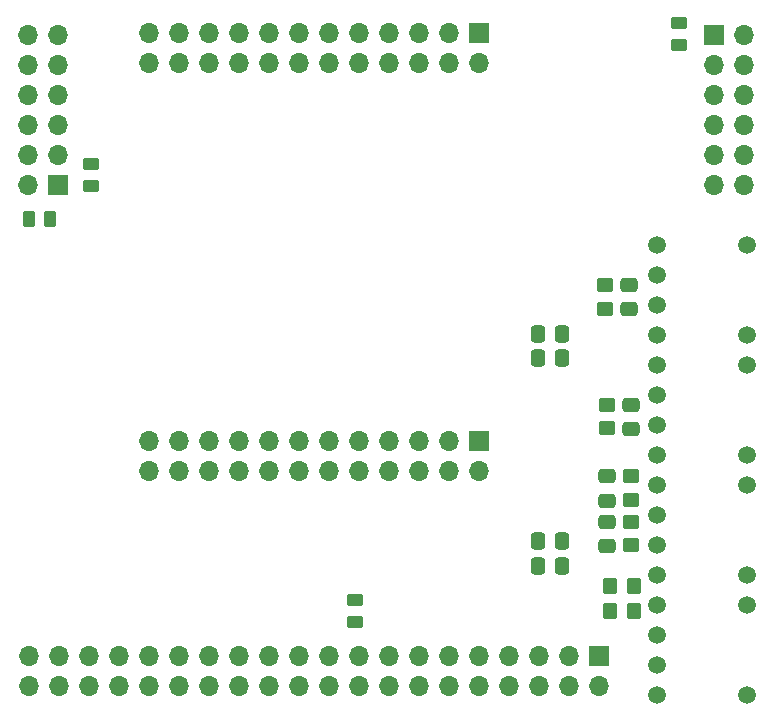
<source format=gbs>
G04 #@! TF.GenerationSoftware,KiCad,Pcbnew,(6.0.6)*
G04 #@! TF.CreationDate,2022-08-29T09:38:23+02:00*
G04 #@! TF.ProjectId,afe-ep-shield,6166652d-6570-42d7-9368-69656c642e6b,rev?*
G04 #@! TF.SameCoordinates,Original*
G04 #@! TF.FileFunction,Soldermask,Bot*
G04 #@! TF.FilePolarity,Negative*
%FSLAX46Y46*%
G04 Gerber Fmt 4.6, Leading zero omitted, Abs format (unit mm)*
G04 Created by KiCad (PCBNEW (6.0.6)) date 2022-08-29 09:38:23*
%MOMM*%
%LPD*%
G01*
G04 APERTURE LIST*
G04 Aperture macros list*
%AMRoundRect*
0 Rectangle with rounded corners*
0 $1 Rounding radius*
0 $2 $3 $4 $5 $6 $7 $8 $9 X,Y pos of 4 corners*
0 Add a 4 corners polygon primitive as box body*
4,1,4,$2,$3,$4,$5,$6,$7,$8,$9,$2,$3,0*
0 Add four circle primitives for the rounded corners*
1,1,$1+$1,$2,$3*
1,1,$1+$1,$4,$5*
1,1,$1+$1,$6,$7*
1,1,$1+$1,$8,$9*
0 Add four rect primitives between the rounded corners*
20,1,$1+$1,$2,$3,$4,$5,0*
20,1,$1+$1,$4,$5,$6,$7,0*
20,1,$1+$1,$6,$7,$8,$9,0*
20,1,$1+$1,$8,$9,$2,$3,0*%
G04 Aperture macros list end*
%ADD10C,1.515000*%
%ADD11R,1.700000X1.700000*%
%ADD12O,1.700000X1.700000*%
%ADD13RoundRect,0.250000X0.262500X0.450000X-0.262500X0.450000X-0.262500X-0.450000X0.262500X-0.450000X0*%
%ADD14RoundRect,0.250000X0.450000X-0.350000X0.450000X0.350000X-0.450000X0.350000X-0.450000X-0.350000X0*%
%ADD15RoundRect,0.250000X-0.475000X0.337500X-0.475000X-0.337500X0.475000X-0.337500X0.475000X0.337500X0*%
%ADD16RoundRect,0.250000X0.450000X-0.262500X0.450000X0.262500X-0.450000X0.262500X-0.450000X-0.262500X0*%
%ADD17RoundRect,0.250000X-0.450000X0.350000X-0.450000X-0.350000X0.450000X-0.350000X0.450000X0.350000X0*%
%ADD18RoundRect,0.250000X0.475000X-0.337500X0.475000X0.337500X-0.475000X0.337500X-0.475000X-0.337500X0*%
%ADD19RoundRect,0.250000X0.337500X0.475000X-0.337500X0.475000X-0.337500X-0.475000X0.337500X-0.475000X0*%
%ADD20RoundRect,0.250000X0.350000X0.450000X-0.350000X0.450000X-0.350000X-0.450000X0.350000X-0.450000X0*%
%ADD21RoundRect,0.250000X-0.337500X-0.475000X0.337500X-0.475000X0.337500X0.475000X-0.337500X0.475000X0*%
G04 APERTURE END LIST*
D10*
X115265200Y-39192200D03*
X115265200Y-41732200D03*
X115265200Y-44272200D03*
X115265200Y-46812200D03*
X122885200Y-46812200D03*
X122885200Y-39192200D03*
X115265200Y-69672200D03*
X115265200Y-72212200D03*
X115265200Y-74752200D03*
X115265200Y-77292200D03*
X122885200Y-77292200D03*
X122885200Y-69672200D03*
X115265200Y-59512200D03*
X115265200Y-62052200D03*
X115265200Y-64592200D03*
X115265200Y-67132200D03*
X122885200Y-67132200D03*
X122885200Y-59512200D03*
D11*
X100228400Y-55773400D03*
D12*
X100228400Y-58313400D03*
X97688400Y-55773400D03*
X97688400Y-58313400D03*
X95148400Y-55773400D03*
X95148400Y-58313400D03*
X92608400Y-55773400D03*
X92608400Y-58313400D03*
X90068400Y-55773400D03*
X90068400Y-58313400D03*
X87528400Y-55773400D03*
X87528400Y-58313400D03*
X84988400Y-55773400D03*
X84988400Y-58313400D03*
X82448400Y-55773400D03*
X82448400Y-58313400D03*
X79908400Y-55773400D03*
X79908400Y-58313400D03*
X77368400Y-55773400D03*
X77368400Y-58313400D03*
X74828400Y-55773400D03*
X74828400Y-58313400D03*
X72288400Y-55773400D03*
X72288400Y-58313400D03*
D11*
X120065800Y-21463000D03*
D12*
X122605800Y-21463000D03*
X120065800Y-24003000D03*
X122605800Y-24003000D03*
X120065800Y-26543000D03*
X122605800Y-26543000D03*
X120065800Y-29083000D03*
X122605800Y-29083000D03*
X120065800Y-31623000D03*
X122605800Y-31623000D03*
X120065800Y-34163000D03*
X122605800Y-34163000D03*
D10*
X115265200Y-49352200D03*
X115265200Y-51892200D03*
X115265200Y-54432200D03*
X115265200Y-56972200D03*
X122885200Y-56972200D03*
X122885200Y-49352200D03*
D11*
X100228400Y-21243000D03*
D12*
X100228400Y-23783000D03*
X97688400Y-21243000D03*
X97688400Y-23783000D03*
X95148400Y-21243000D03*
X95148400Y-23783000D03*
X92608400Y-21243000D03*
X92608400Y-23783000D03*
X90068400Y-21243000D03*
X90068400Y-23783000D03*
X87528400Y-21243000D03*
X87528400Y-23783000D03*
X84988400Y-21243000D03*
X84988400Y-23783000D03*
X82448400Y-21243000D03*
X82448400Y-23783000D03*
X79908400Y-21243000D03*
X79908400Y-23783000D03*
X77368400Y-21243000D03*
X77368400Y-23783000D03*
X74828400Y-21243000D03*
X74828400Y-23783000D03*
X72288400Y-21243000D03*
X72288400Y-23783000D03*
D11*
X110383400Y-73985200D03*
D12*
X110383400Y-76525200D03*
X107843400Y-73985200D03*
X107843400Y-76525200D03*
X105303400Y-73985200D03*
X105303400Y-76525200D03*
X102763400Y-73985200D03*
X102763400Y-76525200D03*
X100223400Y-73985200D03*
X100223400Y-76525200D03*
X97683400Y-73985200D03*
X97683400Y-76525200D03*
X95143400Y-73985200D03*
X95143400Y-76525200D03*
X92603400Y-73985200D03*
X92603400Y-76525200D03*
X90063400Y-73985200D03*
X90063400Y-76525200D03*
X87523400Y-73985200D03*
X87523400Y-76525200D03*
X84983400Y-73985200D03*
X84983400Y-76525200D03*
X82443400Y-73985200D03*
X82443400Y-76525200D03*
X79903400Y-73985200D03*
X79903400Y-76525200D03*
X77363400Y-73985200D03*
X77363400Y-76525200D03*
X74823400Y-73985200D03*
X74823400Y-76525200D03*
X72283400Y-73985200D03*
X72283400Y-76525200D03*
X69743400Y-73985200D03*
X69743400Y-76525200D03*
X67203400Y-73985200D03*
X67203400Y-76525200D03*
X64663400Y-73985200D03*
X64663400Y-76525200D03*
X62123400Y-73985200D03*
X62123400Y-76525200D03*
D11*
X64592200Y-34163000D03*
D12*
X62052200Y-34163000D03*
X64592200Y-31623000D03*
X62052200Y-31623000D03*
X64592200Y-29083000D03*
X62052200Y-29083000D03*
X64592200Y-26543000D03*
X62052200Y-26543000D03*
X64592200Y-24003000D03*
X62052200Y-24003000D03*
X64592200Y-21463000D03*
X62052200Y-21463000D03*
D13*
X63904500Y-37033200D03*
X62079500Y-37033200D03*
D14*
X113055400Y-64617600D03*
X113055400Y-62617600D03*
D15*
X112903000Y-42548900D03*
X112903000Y-44623900D03*
D16*
X67386200Y-34186500D03*
X67386200Y-32361500D03*
D17*
X111074200Y-52721000D03*
X111074200Y-54721000D03*
D18*
X111023400Y-64715300D03*
X111023400Y-62640300D03*
D19*
X107234900Y-46710600D03*
X105159900Y-46710600D03*
D17*
X113055400Y-58791600D03*
X113055400Y-60791600D03*
D20*
X113293400Y-70180200D03*
X111293400Y-70180200D03*
X113302800Y-68072000D03*
X111302800Y-68072000D03*
D15*
X113080800Y-52708900D03*
X113080800Y-54783900D03*
D16*
X89662000Y-71116200D03*
X89662000Y-69291200D03*
D15*
X111023400Y-58779500D03*
X111023400Y-60854500D03*
D16*
X117144800Y-22248500D03*
X117144800Y-20423500D03*
D21*
X105156000Y-64287400D03*
X107231000Y-64287400D03*
D19*
X107234900Y-48793400D03*
X105159900Y-48793400D03*
D17*
X110871000Y-42611800D03*
X110871000Y-44611800D03*
D21*
X105156000Y-66421000D03*
X107231000Y-66421000D03*
M02*

</source>
